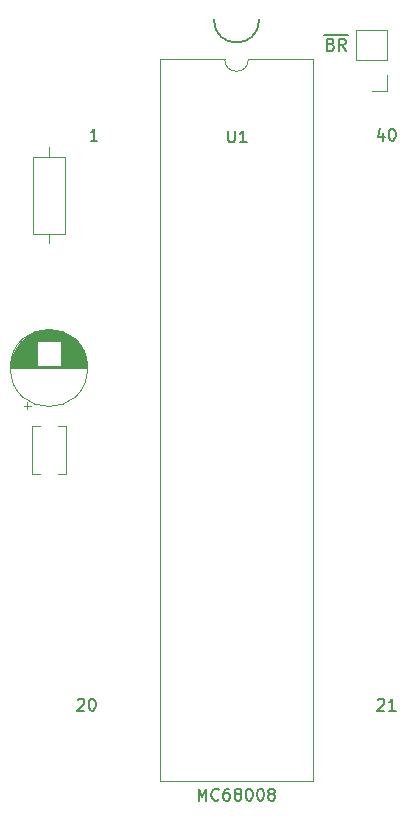
<source format=gto>
G04 #@! TF.GenerationSoftware,KiCad,Pcbnew,(6.0.8-1)-1*
G04 #@! TF.CreationDate,2022-10-31T15:31:04+09:00*
G04 #@! TF.ProjectId,MEZ68008,4d455a36-3830-4303-982e-6b696361645f,A*
G04 #@! TF.SameCoordinates,PX5f5e100PY8f0d180*
G04 #@! TF.FileFunction,Legend,Top*
G04 #@! TF.FilePolarity,Positive*
%FSLAX46Y46*%
G04 Gerber Fmt 4.6, Leading zero omitted, Abs format (unit mm)*
G04 Created by KiCad (PCBNEW (6.0.8-1)-1) date 2022-10-31 15:31:04*
%MOMM*%
%LPD*%
G01*
G04 APERTURE LIST*
%ADD10C,0.150000*%
%ADD11C,0.120000*%
G04 APERTURE END LIST*
D10*
X17780000Y66905000D02*
G75*
G03*
X21590000Y66905000I1905000J0D01*
G01*
X27112500Y65600000D02*
X28112500Y65600000D01*
X27683928Y64841429D02*
X27826785Y64793810D01*
X27874404Y64746191D01*
X27922023Y64650953D01*
X27922023Y64508096D01*
X27874404Y64412858D01*
X27826785Y64365239D01*
X27731547Y64317620D01*
X27350595Y64317620D01*
X27350595Y65317620D01*
X27683928Y65317620D01*
X27779166Y65270000D01*
X27826785Y65222381D01*
X27874404Y65127143D01*
X27874404Y65031905D01*
X27826785Y64936667D01*
X27779166Y64889048D01*
X27683928Y64841429D01*
X27350595Y64841429D01*
X28112500Y65600000D02*
X29112500Y65600000D01*
X28922023Y64317620D02*
X28588690Y64793810D01*
X28350595Y64317620D02*
X28350595Y65317620D01*
X28731547Y65317620D01*
X28826785Y65270000D01*
X28874404Y65222381D01*
X28922023Y65127143D01*
X28922023Y64984286D01*
X28874404Y64889048D01*
X28826785Y64841429D01*
X28731547Y64793810D01*
X28350595Y64793810D01*
X6223095Y9342381D02*
X6270714Y9390000D01*
X6365952Y9437620D01*
X6604047Y9437620D01*
X6699285Y9390000D01*
X6746904Y9342381D01*
X6794523Y9247143D01*
X6794523Y9151905D01*
X6746904Y9009048D01*
X6175476Y8437620D01*
X6794523Y8437620D01*
X7413571Y9437620D02*
X7508809Y9437620D01*
X7604047Y9390000D01*
X7651666Y9342381D01*
X7699285Y9247143D01*
X7746904Y9056667D01*
X7746904Y8818572D01*
X7699285Y8628096D01*
X7651666Y8532858D01*
X7604047Y8485239D01*
X7508809Y8437620D01*
X7413571Y8437620D01*
X7318333Y8485239D01*
X7270714Y8532858D01*
X7223095Y8628096D01*
X7175476Y8818572D01*
X7175476Y9056667D01*
X7223095Y9247143D01*
X7270714Y9342381D01*
X7318333Y9390000D01*
X7413571Y9437620D01*
X32099285Y57364286D02*
X32099285Y56697620D01*
X31861190Y57745239D02*
X31623095Y57030953D01*
X32242142Y57030953D01*
X32813571Y57697620D02*
X32908809Y57697620D01*
X33004047Y57650000D01*
X33051666Y57602381D01*
X33099285Y57507143D01*
X33146904Y57316667D01*
X33146904Y57078572D01*
X33099285Y56888096D01*
X33051666Y56792858D01*
X33004047Y56745239D01*
X32908809Y56697620D01*
X32813571Y56697620D01*
X32718333Y56745239D01*
X32670714Y56792858D01*
X32623095Y56888096D01*
X32575476Y57078572D01*
X32575476Y57316667D01*
X32623095Y57507143D01*
X32670714Y57602381D01*
X32718333Y57650000D01*
X32813571Y57697620D01*
X16470714Y817620D02*
X16470714Y1817620D01*
X16804047Y1103334D01*
X17137380Y1817620D01*
X17137380Y817620D01*
X18185000Y912858D02*
X18137380Y865239D01*
X17994523Y817620D01*
X17899285Y817620D01*
X17756428Y865239D01*
X17661190Y960477D01*
X17613571Y1055715D01*
X17565952Y1246191D01*
X17565952Y1389048D01*
X17613571Y1579524D01*
X17661190Y1674762D01*
X17756428Y1770000D01*
X17899285Y1817620D01*
X17994523Y1817620D01*
X18137380Y1770000D01*
X18185000Y1722381D01*
X19042142Y1817620D02*
X18851666Y1817620D01*
X18756428Y1770000D01*
X18708809Y1722381D01*
X18613571Y1579524D01*
X18565952Y1389048D01*
X18565952Y1008096D01*
X18613571Y912858D01*
X18661190Y865239D01*
X18756428Y817620D01*
X18946904Y817620D01*
X19042142Y865239D01*
X19089761Y912858D01*
X19137380Y1008096D01*
X19137380Y1246191D01*
X19089761Y1341429D01*
X19042142Y1389048D01*
X18946904Y1436667D01*
X18756428Y1436667D01*
X18661190Y1389048D01*
X18613571Y1341429D01*
X18565952Y1246191D01*
X19708809Y1389048D02*
X19613571Y1436667D01*
X19565952Y1484286D01*
X19518333Y1579524D01*
X19518333Y1627143D01*
X19565952Y1722381D01*
X19613571Y1770000D01*
X19708809Y1817620D01*
X19899285Y1817620D01*
X19994523Y1770000D01*
X20042142Y1722381D01*
X20089761Y1627143D01*
X20089761Y1579524D01*
X20042142Y1484286D01*
X19994523Y1436667D01*
X19899285Y1389048D01*
X19708809Y1389048D01*
X19613571Y1341429D01*
X19565952Y1293810D01*
X19518333Y1198572D01*
X19518333Y1008096D01*
X19565952Y912858D01*
X19613571Y865239D01*
X19708809Y817620D01*
X19899285Y817620D01*
X19994523Y865239D01*
X20042142Y912858D01*
X20089761Y1008096D01*
X20089761Y1198572D01*
X20042142Y1293810D01*
X19994523Y1341429D01*
X19899285Y1389048D01*
X20708809Y1817620D02*
X20804047Y1817620D01*
X20899285Y1770000D01*
X20946904Y1722381D01*
X20994523Y1627143D01*
X21042142Y1436667D01*
X21042142Y1198572D01*
X20994523Y1008096D01*
X20946904Y912858D01*
X20899285Y865239D01*
X20804047Y817620D01*
X20708809Y817620D01*
X20613571Y865239D01*
X20565952Y912858D01*
X20518333Y1008096D01*
X20470714Y1198572D01*
X20470714Y1436667D01*
X20518333Y1627143D01*
X20565952Y1722381D01*
X20613571Y1770000D01*
X20708809Y1817620D01*
X21661190Y1817620D02*
X21756428Y1817620D01*
X21851666Y1770000D01*
X21899285Y1722381D01*
X21946904Y1627143D01*
X21994523Y1436667D01*
X21994523Y1198572D01*
X21946904Y1008096D01*
X21899285Y912858D01*
X21851666Y865239D01*
X21756428Y817620D01*
X21661190Y817620D01*
X21565952Y865239D01*
X21518333Y912858D01*
X21470714Y1008096D01*
X21423095Y1198572D01*
X21423095Y1436667D01*
X21470714Y1627143D01*
X21518333Y1722381D01*
X21565952Y1770000D01*
X21661190Y1817620D01*
X22565952Y1389048D02*
X22470714Y1436667D01*
X22423095Y1484286D01*
X22375476Y1579524D01*
X22375476Y1627143D01*
X22423095Y1722381D01*
X22470714Y1770000D01*
X22565952Y1817620D01*
X22756428Y1817620D01*
X22851666Y1770000D01*
X22899285Y1722381D01*
X22946904Y1627143D01*
X22946904Y1579524D01*
X22899285Y1484286D01*
X22851666Y1436667D01*
X22756428Y1389048D01*
X22565952Y1389048D01*
X22470714Y1341429D01*
X22423095Y1293810D01*
X22375476Y1198572D01*
X22375476Y1008096D01*
X22423095Y912858D01*
X22470714Y865239D01*
X22565952Y817620D01*
X22756428Y817620D01*
X22851666Y865239D01*
X22899285Y912858D01*
X22946904Y1008096D01*
X22946904Y1198572D01*
X22899285Y1293810D01*
X22851666Y1341429D01*
X22756428Y1389048D01*
X31623095Y9342381D02*
X31670714Y9390000D01*
X31765952Y9437620D01*
X32004047Y9437620D01*
X32099285Y9390000D01*
X32146904Y9342381D01*
X32194523Y9247143D01*
X32194523Y9151905D01*
X32146904Y9009048D01*
X31575476Y8437620D01*
X32194523Y8437620D01*
X33146904Y8437620D02*
X32575476Y8437620D01*
X32861190Y8437620D02*
X32861190Y9437620D01*
X32765952Y9294762D01*
X32670714Y9199524D01*
X32575476Y9151905D01*
X7905714Y56697620D02*
X7334285Y56697620D01*
X7620000Y56697620D02*
X7620000Y57697620D01*
X7524761Y57554762D01*
X7429523Y57459524D01*
X7334285Y57411905D01*
X18968095Y57547620D02*
X18968095Y56738096D01*
X19015714Y56642858D01*
X19063333Y56595239D01*
X19158571Y56547620D01*
X19349047Y56547620D01*
X19444285Y56595239D01*
X19491904Y56642858D01*
X19539523Y56738096D01*
X19539523Y57547620D01*
X20539523Y56547620D02*
X19968095Y56547620D01*
X20253809Y56547620D02*
X20253809Y57547620D01*
X20158571Y57404762D01*
X20063333Y57309524D01*
X19968095Y57261905D01*
D11*
X3810000Y56110000D02*
X3810000Y55340000D01*
X3810000Y48030000D02*
X3810000Y48800000D01*
X2440000Y48800000D02*
X5180000Y48800000D01*
X5180000Y55340000D02*
X2440000Y55340000D01*
X5180000Y48800000D02*
X5180000Y55340000D01*
X2440000Y55340000D02*
X2440000Y48800000D01*
X580000Y37525000D02*
X7040000Y37525000D01*
X628000Y38005000D02*
X2770000Y38005000D01*
X4850000Y39286000D02*
X6474000Y39286000D01*
X4850000Y38125000D02*
X6969000Y38125000D01*
X4850000Y39486000D02*
X6326000Y39486000D01*
X2870000Y40566000D02*
X4750000Y40566000D01*
X4850000Y37845000D02*
X7016000Y37845000D01*
X4850000Y38846000D02*
X6726000Y38846000D01*
X621000Y37965000D02*
X2770000Y37965000D01*
X1203000Y39366000D02*
X2770000Y39366000D01*
X1360000Y39566000D02*
X2770000Y39566000D01*
X604000Y37845000D02*
X2770000Y37845000D01*
X669000Y38206000D02*
X2770000Y38206000D01*
X1174000Y39326000D02*
X2770000Y39326000D01*
X700000Y38326000D02*
X2770000Y38326000D01*
X2378000Y40366000D02*
X5242000Y40366000D01*
X1766000Y39966000D02*
X5854000Y39966000D01*
X4850000Y38966000D02*
X6666000Y38966000D01*
X4850000Y38446000D02*
X6884000Y38446000D01*
X635000Y38045000D02*
X2770000Y38045000D01*
X2751000Y40526000D02*
X4869000Y40526000D01*
X4850000Y39206000D02*
X6526000Y39206000D01*
X583000Y37605000D02*
X7037000Y37605000D01*
X4850000Y38366000D02*
X6908000Y38366000D01*
X792000Y38606000D02*
X2770000Y38606000D01*
X934000Y38926000D02*
X2770000Y38926000D01*
X4850000Y38886000D02*
X6706000Y38886000D01*
X599000Y37805000D02*
X2770000Y37805000D01*
X4850000Y38646000D02*
X6812000Y38646000D01*
X1586000Y39806000D02*
X6034000Y39806000D01*
X4850000Y39606000D02*
X6226000Y39606000D01*
X736000Y38446000D02*
X2770000Y38446000D01*
X580000Y37445000D02*
X7040000Y37445000D01*
X595000Y37765000D02*
X2770000Y37765000D01*
X4850000Y38326000D02*
X6920000Y38326000D01*
X1920000Y40086000D02*
X5700000Y40086000D01*
X1146000Y39286000D02*
X2770000Y39286000D01*
X2301000Y40326000D02*
X5319000Y40326000D01*
X4850000Y38246000D02*
X6941000Y38246000D01*
X1815000Y40006000D02*
X5805000Y40006000D01*
X1976000Y40126000D02*
X5644000Y40126000D01*
X4850000Y37965000D02*
X6999000Y37965000D01*
X4850000Y38206000D02*
X6951000Y38206000D01*
X1656000Y34259759D02*
X2286000Y34259759D01*
X4850000Y37685000D02*
X7032000Y37685000D01*
X858000Y38766000D02*
X2770000Y38766000D01*
X4850000Y38166000D02*
X6960000Y38166000D01*
X4850000Y39086000D02*
X6600000Y39086000D01*
X4850000Y39406000D02*
X6388000Y39406000D01*
X679000Y38246000D02*
X2770000Y38246000D01*
X586000Y37645000D02*
X7034000Y37645000D01*
X1673000Y39886000D02*
X5947000Y39886000D01*
X4850000Y38806000D02*
X6744000Y38806000D01*
X712000Y38366000D02*
X2770000Y38366000D01*
X4850000Y38526000D02*
X6857000Y38526000D01*
X3008000Y40606000D02*
X4612000Y40606000D01*
X2034000Y40166000D02*
X5586000Y40166000D01*
X4850000Y38926000D02*
X6686000Y38926000D01*
X4850000Y39726000D02*
X6115000Y39726000D01*
X4850000Y38566000D02*
X6843000Y38566000D01*
X4850000Y38486000D02*
X6871000Y38486000D01*
X4850000Y38726000D02*
X6780000Y38726000D01*
X4850000Y39686000D02*
X6153000Y39686000D01*
X4850000Y39046000D02*
X6622000Y39046000D01*
X1628000Y39846000D02*
X5992000Y39846000D01*
X1232000Y39406000D02*
X2770000Y39406000D01*
X998000Y39046000D02*
X2770000Y39046000D01*
X4850000Y39526000D02*
X6294000Y39526000D01*
X1326000Y39526000D02*
X2770000Y39526000D01*
X1467000Y39686000D02*
X2770000Y39686000D01*
X1044000Y39126000D02*
X2770000Y39126000D01*
X580000Y37485000D02*
X7040000Y37485000D01*
X4850000Y38606000D02*
X6828000Y38606000D01*
X4850000Y37765000D02*
X7025000Y37765000D01*
X976000Y39006000D02*
X2770000Y39006000D01*
X4850000Y38045000D02*
X6985000Y38045000D01*
X1430000Y39646000D02*
X2770000Y39646000D01*
X894000Y38846000D02*
X2770000Y38846000D01*
X4850000Y39446000D02*
X6358000Y39446000D01*
X4850000Y38686000D02*
X6796000Y38686000D01*
X2229000Y40286000D02*
X5391000Y40286000D01*
X4850000Y39166000D02*
X6552000Y39166000D01*
X4850000Y39566000D02*
X6260000Y39566000D01*
X4850000Y38286000D02*
X6931000Y38286000D01*
X660000Y38166000D02*
X2770000Y38166000D01*
X643000Y38085000D02*
X2770000Y38085000D01*
X724000Y38406000D02*
X2770000Y38406000D01*
X4850000Y38406000D02*
X6896000Y38406000D01*
X4850000Y38085000D02*
X6977000Y38085000D01*
X4850000Y38766000D02*
X6762000Y38766000D01*
X1718000Y39926000D02*
X5902000Y39926000D01*
X4850000Y38005000D02*
X6992000Y38005000D01*
X3177000Y40646000D02*
X4443000Y40646000D01*
X1120000Y39246000D02*
X2770000Y39246000D01*
X1294000Y39486000D02*
X2770000Y39486000D01*
X1505000Y39726000D02*
X2770000Y39726000D01*
X4850000Y37925000D02*
X7005000Y37925000D01*
X2160000Y40246000D02*
X5460000Y40246000D01*
X1971000Y33944759D02*
X1971000Y34574759D01*
X763000Y38526000D02*
X2770000Y38526000D01*
X954000Y38966000D02*
X2770000Y38966000D01*
X1068000Y39166000D02*
X2770000Y39166000D01*
X582000Y37565000D02*
X7038000Y37565000D01*
X1394000Y39606000D02*
X2770000Y39606000D01*
X4850000Y37725000D02*
X7028000Y37725000D01*
X615000Y37925000D02*
X2770000Y37925000D01*
X914000Y38886000D02*
X2770000Y38886000D01*
X4850000Y39006000D02*
X6644000Y39006000D01*
X1094000Y39206000D02*
X2770000Y39206000D01*
X588000Y37685000D02*
X2770000Y37685000D01*
X3408000Y40686000D02*
X4212000Y40686000D01*
X2548000Y40446000D02*
X5072000Y40446000D01*
X749000Y38486000D02*
X2770000Y38486000D01*
X651000Y38125000D02*
X2770000Y38125000D01*
X840000Y38726000D02*
X2770000Y38726000D01*
X2645000Y40486000D02*
X4975000Y40486000D01*
X1020000Y39086000D02*
X2770000Y39086000D01*
X1262000Y39446000D02*
X2770000Y39446000D01*
X808000Y38646000D02*
X2770000Y38646000D01*
X876000Y38806000D02*
X2770000Y38806000D01*
X2096000Y40206000D02*
X5524000Y40206000D01*
X4850000Y39366000D02*
X6417000Y39366000D01*
X1866000Y40046000D02*
X5754000Y40046000D01*
X1545000Y39766000D02*
X6075000Y39766000D01*
X4850000Y37885000D02*
X7011000Y37885000D01*
X609000Y37885000D02*
X2770000Y37885000D01*
X592000Y37725000D02*
X2770000Y37725000D01*
X4850000Y39646000D02*
X6190000Y39646000D01*
X4850000Y37805000D02*
X7021000Y37805000D01*
X4850000Y39246000D02*
X6500000Y39246000D01*
X4850000Y39326000D02*
X6446000Y39326000D01*
X4850000Y39126000D02*
X6576000Y39126000D01*
X689000Y38286000D02*
X2770000Y38286000D01*
X824000Y38686000D02*
X2770000Y38686000D01*
X777000Y38566000D02*
X2770000Y38566000D01*
X2460000Y40406000D02*
X5160000Y40406000D01*
X7080000Y37445000D02*
G75*
G03*
X7080000Y37445000I-3270000J0D01*
G01*
X26145000Y63560000D02*
X20685000Y63560000D01*
X13225000Y63560000D02*
X13225000Y2480000D01*
X13225000Y2480000D02*
X26145000Y2480000D01*
X18685000Y63560000D02*
X13225000Y63560000D01*
X26145000Y2480000D02*
X26145000Y63560000D01*
X18685000Y63560000D02*
G75*
G03*
X20685000Y63560000I1000000J0D01*
G01*
X32445000Y62225000D02*
X32445000Y60895000D01*
X32445000Y63495000D02*
X29785000Y63495000D01*
X32445000Y63495000D02*
X32445000Y66095000D01*
X32445000Y66095000D02*
X29785000Y66095000D01*
X29785000Y63495000D02*
X29785000Y66095000D01*
X32445000Y60895000D02*
X31115000Y60895000D01*
X5230000Y28460000D02*
X4605000Y28460000D01*
X5230000Y32500000D02*
X5230000Y28460000D01*
X5230000Y32500000D02*
X4605000Y32500000D01*
X3015000Y28460000D02*
X2390000Y28460000D01*
X3015000Y32500000D02*
X2390000Y32500000D01*
X2390000Y32500000D02*
X2390000Y28460000D01*
M02*

</source>
